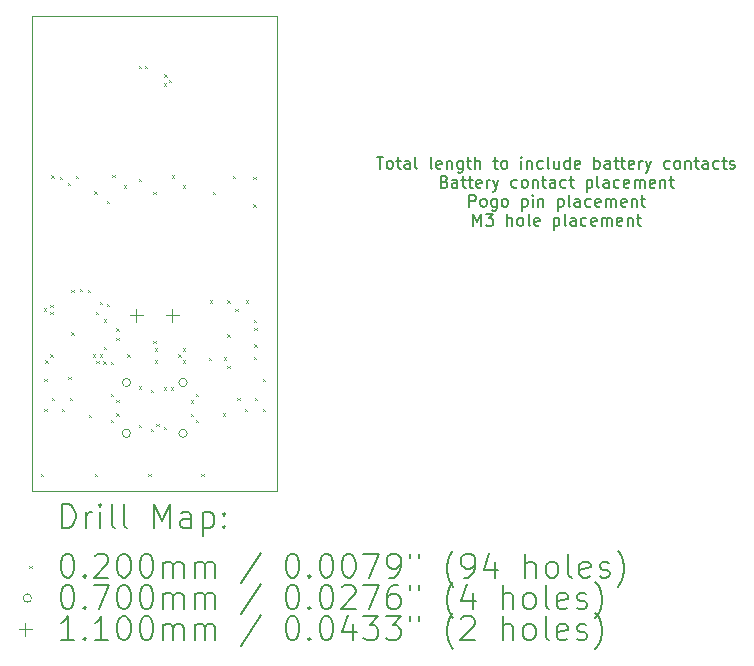
<source format=gbr>
%FSLAX45Y45*%
G04 Gerber Fmt 4.5, Leading zero omitted, Abs format (unit mm)*
G04 Created by KiCad (PCBNEW (6.0.4-0)) date 2022-12-11 03:25:20*
%MOMM*%
%LPD*%
G01*
G04 APERTURE LIST*
%TA.AperFunction,Profile*%
%ADD10C,0.100000*%
%TD*%
%ADD11C,0.150000*%
%ADD12C,0.200000*%
%ADD13C,0.020000*%
%ADD14C,0.070000*%
%ADD15C,0.110000*%
G04 APERTURE END LIST*
D10*
X7068000Y-4225000D02*
X9140000Y-4225000D01*
X9140000Y-4225000D02*
X9140000Y-8245000D01*
X9140000Y-8245000D02*
X7068000Y-8245000D01*
X7068000Y-8245000D02*
X7068000Y-4225000D01*
D11*
X9984771Y-5418738D02*
X10041914Y-5418738D01*
X10013343Y-5518738D02*
X10013343Y-5418738D01*
X10089533Y-5518738D02*
X10080010Y-5513976D01*
X10075248Y-5509214D01*
X10070486Y-5499690D01*
X10070486Y-5471119D01*
X10075248Y-5461595D01*
X10080010Y-5456833D01*
X10089533Y-5452071D01*
X10103819Y-5452071D01*
X10113343Y-5456833D01*
X10118105Y-5461595D01*
X10122867Y-5471119D01*
X10122867Y-5499690D01*
X10118105Y-5509214D01*
X10113343Y-5513976D01*
X10103819Y-5518738D01*
X10089533Y-5518738D01*
X10151438Y-5452071D02*
X10189533Y-5452071D01*
X10165724Y-5418738D02*
X10165724Y-5504452D01*
X10170486Y-5513976D01*
X10180010Y-5518738D01*
X10189533Y-5518738D01*
X10265724Y-5518738D02*
X10265724Y-5466357D01*
X10260962Y-5456833D01*
X10251438Y-5452071D01*
X10232390Y-5452071D01*
X10222867Y-5456833D01*
X10265724Y-5513976D02*
X10256200Y-5518738D01*
X10232390Y-5518738D01*
X10222867Y-5513976D01*
X10218105Y-5504452D01*
X10218105Y-5494929D01*
X10222867Y-5485405D01*
X10232390Y-5480643D01*
X10256200Y-5480643D01*
X10265724Y-5475881D01*
X10327629Y-5518738D02*
X10318105Y-5513976D01*
X10313343Y-5504452D01*
X10313343Y-5418738D01*
X10456200Y-5518738D02*
X10446676Y-5513976D01*
X10441914Y-5504452D01*
X10441914Y-5418738D01*
X10532390Y-5513976D02*
X10522867Y-5518738D01*
X10503819Y-5518738D01*
X10494295Y-5513976D01*
X10489533Y-5504452D01*
X10489533Y-5466357D01*
X10494295Y-5456833D01*
X10503819Y-5452071D01*
X10522867Y-5452071D01*
X10532390Y-5456833D01*
X10537152Y-5466357D01*
X10537152Y-5475881D01*
X10489533Y-5485405D01*
X10580010Y-5452071D02*
X10580010Y-5518738D01*
X10580010Y-5461595D02*
X10584771Y-5456833D01*
X10594295Y-5452071D01*
X10608581Y-5452071D01*
X10618105Y-5456833D01*
X10622867Y-5466357D01*
X10622867Y-5518738D01*
X10713343Y-5452071D02*
X10713343Y-5533024D01*
X10708581Y-5542548D01*
X10703819Y-5547310D01*
X10694295Y-5552071D01*
X10680010Y-5552071D01*
X10670486Y-5547310D01*
X10713343Y-5513976D02*
X10703819Y-5518738D01*
X10684771Y-5518738D01*
X10675248Y-5513976D01*
X10670486Y-5509214D01*
X10665724Y-5499690D01*
X10665724Y-5471119D01*
X10670486Y-5461595D01*
X10675248Y-5456833D01*
X10684771Y-5452071D01*
X10703819Y-5452071D01*
X10713343Y-5456833D01*
X10746676Y-5452071D02*
X10784771Y-5452071D01*
X10760962Y-5418738D02*
X10760962Y-5504452D01*
X10765724Y-5513976D01*
X10775248Y-5518738D01*
X10784771Y-5518738D01*
X10818105Y-5518738D02*
X10818105Y-5418738D01*
X10860962Y-5518738D02*
X10860962Y-5466357D01*
X10856200Y-5456833D01*
X10846676Y-5452071D01*
X10832390Y-5452071D01*
X10822867Y-5456833D01*
X10818105Y-5461595D01*
X10970486Y-5452071D02*
X11008581Y-5452071D01*
X10984771Y-5418738D02*
X10984771Y-5504452D01*
X10989533Y-5513976D01*
X10999057Y-5518738D01*
X11008581Y-5518738D01*
X11056200Y-5518738D02*
X11046676Y-5513976D01*
X11041914Y-5509214D01*
X11037152Y-5499690D01*
X11037152Y-5471119D01*
X11041914Y-5461595D01*
X11046676Y-5456833D01*
X11056200Y-5452071D01*
X11070486Y-5452071D01*
X11080010Y-5456833D01*
X11084771Y-5461595D01*
X11089533Y-5471119D01*
X11089533Y-5499690D01*
X11084771Y-5509214D01*
X11080010Y-5513976D01*
X11070486Y-5518738D01*
X11056200Y-5518738D01*
X11208581Y-5518738D02*
X11208581Y-5452071D01*
X11208581Y-5418738D02*
X11203819Y-5423500D01*
X11208581Y-5428262D01*
X11213343Y-5423500D01*
X11208581Y-5418738D01*
X11208581Y-5428262D01*
X11256200Y-5452071D02*
X11256200Y-5518738D01*
X11256200Y-5461595D02*
X11260962Y-5456833D01*
X11270486Y-5452071D01*
X11284771Y-5452071D01*
X11294295Y-5456833D01*
X11299057Y-5466357D01*
X11299057Y-5518738D01*
X11389533Y-5513976D02*
X11380009Y-5518738D01*
X11360962Y-5518738D01*
X11351438Y-5513976D01*
X11346676Y-5509214D01*
X11341914Y-5499690D01*
X11341914Y-5471119D01*
X11346676Y-5461595D01*
X11351438Y-5456833D01*
X11360962Y-5452071D01*
X11380009Y-5452071D01*
X11389533Y-5456833D01*
X11446676Y-5518738D02*
X11437152Y-5513976D01*
X11432390Y-5504452D01*
X11432390Y-5418738D01*
X11527628Y-5452071D02*
X11527628Y-5518738D01*
X11484771Y-5452071D02*
X11484771Y-5504452D01*
X11489533Y-5513976D01*
X11499057Y-5518738D01*
X11513343Y-5518738D01*
X11522867Y-5513976D01*
X11527628Y-5509214D01*
X11618105Y-5518738D02*
X11618105Y-5418738D01*
X11618105Y-5513976D02*
X11608581Y-5518738D01*
X11589533Y-5518738D01*
X11580009Y-5513976D01*
X11575248Y-5509214D01*
X11570486Y-5499690D01*
X11570486Y-5471119D01*
X11575248Y-5461595D01*
X11580009Y-5456833D01*
X11589533Y-5452071D01*
X11608581Y-5452071D01*
X11618105Y-5456833D01*
X11703819Y-5513976D02*
X11694295Y-5518738D01*
X11675248Y-5518738D01*
X11665724Y-5513976D01*
X11660962Y-5504452D01*
X11660962Y-5466357D01*
X11665724Y-5456833D01*
X11675248Y-5452071D01*
X11694295Y-5452071D01*
X11703819Y-5456833D01*
X11708581Y-5466357D01*
X11708581Y-5475881D01*
X11660962Y-5485405D01*
X11827628Y-5518738D02*
X11827628Y-5418738D01*
X11827628Y-5456833D02*
X11837152Y-5452071D01*
X11856200Y-5452071D01*
X11865724Y-5456833D01*
X11870486Y-5461595D01*
X11875248Y-5471119D01*
X11875248Y-5499690D01*
X11870486Y-5509214D01*
X11865724Y-5513976D01*
X11856200Y-5518738D01*
X11837152Y-5518738D01*
X11827628Y-5513976D01*
X11960962Y-5518738D02*
X11960962Y-5466357D01*
X11956200Y-5456833D01*
X11946676Y-5452071D01*
X11927628Y-5452071D01*
X11918105Y-5456833D01*
X11960962Y-5513976D02*
X11951438Y-5518738D01*
X11927628Y-5518738D01*
X11918105Y-5513976D01*
X11913343Y-5504452D01*
X11913343Y-5494929D01*
X11918105Y-5485405D01*
X11927628Y-5480643D01*
X11951438Y-5480643D01*
X11960962Y-5475881D01*
X11994295Y-5452071D02*
X12032390Y-5452071D01*
X12008581Y-5418738D02*
X12008581Y-5504452D01*
X12013343Y-5513976D01*
X12022867Y-5518738D01*
X12032390Y-5518738D01*
X12051438Y-5452071D02*
X12089533Y-5452071D01*
X12065724Y-5418738D02*
X12065724Y-5504452D01*
X12070486Y-5513976D01*
X12080009Y-5518738D01*
X12089533Y-5518738D01*
X12160962Y-5513976D02*
X12151438Y-5518738D01*
X12132390Y-5518738D01*
X12122867Y-5513976D01*
X12118105Y-5504452D01*
X12118105Y-5466357D01*
X12122867Y-5456833D01*
X12132390Y-5452071D01*
X12151438Y-5452071D01*
X12160962Y-5456833D01*
X12165724Y-5466357D01*
X12165724Y-5475881D01*
X12118105Y-5485405D01*
X12208581Y-5518738D02*
X12208581Y-5452071D01*
X12208581Y-5471119D02*
X12213343Y-5461595D01*
X12218105Y-5456833D01*
X12227628Y-5452071D01*
X12237152Y-5452071D01*
X12260962Y-5452071D02*
X12284771Y-5518738D01*
X12308581Y-5452071D02*
X12284771Y-5518738D01*
X12275248Y-5542548D01*
X12270486Y-5547310D01*
X12260962Y-5552071D01*
X12465724Y-5513976D02*
X12456200Y-5518738D01*
X12437152Y-5518738D01*
X12427628Y-5513976D01*
X12422867Y-5509214D01*
X12418105Y-5499690D01*
X12418105Y-5471119D01*
X12422867Y-5461595D01*
X12427628Y-5456833D01*
X12437152Y-5452071D01*
X12456200Y-5452071D01*
X12465724Y-5456833D01*
X12522867Y-5518738D02*
X12513343Y-5513976D01*
X12508581Y-5509214D01*
X12503819Y-5499690D01*
X12503819Y-5471119D01*
X12508581Y-5461595D01*
X12513343Y-5456833D01*
X12522867Y-5452071D01*
X12537152Y-5452071D01*
X12546676Y-5456833D01*
X12551438Y-5461595D01*
X12556200Y-5471119D01*
X12556200Y-5499690D01*
X12551438Y-5509214D01*
X12546676Y-5513976D01*
X12537152Y-5518738D01*
X12522867Y-5518738D01*
X12599057Y-5452071D02*
X12599057Y-5518738D01*
X12599057Y-5461595D02*
X12603819Y-5456833D01*
X12613343Y-5452071D01*
X12627628Y-5452071D01*
X12637152Y-5456833D01*
X12641914Y-5466357D01*
X12641914Y-5518738D01*
X12675248Y-5452071D02*
X12713343Y-5452071D01*
X12689533Y-5418738D02*
X12689533Y-5504452D01*
X12694295Y-5513976D01*
X12703819Y-5518738D01*
X12713343Y-5518738D01*
X12789533Y-5518738D02*
X12789533Y-5466357D01*
X12784771Y-5456833D01*
X12775248Y-5452071D01*
X12756200Y-5452071D01*
X12746676Y-5456833D01*
X12789533Y-5513976D02*
X12780009Y-5518738D01*
X12756200Y-5518738D01*
X12746676Y-5513976D01*
X12741914Y-5504452D01*
X12741914Y-5494929D01*
X12746676Y-5485405D01*
X12756200Y-5480643D01*
X12780009Y-5480643D01*
X12789533Y-5475881D01*
X12880009Y-5513976D02*
X12870486Y-5518738D01*
X12851438Y-5518738D01*
X12841914Y-5513976D01*
X12837152Y-5509214D01*
X12832390Y-5499690D01*
X12832390Y-5471119D01*
X12837152Y-5461595D01*
X12841914Y-5456833D01*
X12851438Y-5452071D01*
X12870486Y-5452071D01*
X12880009Y-5456833D01*
X12908581Y-5452071D02*
X12946676Y-5452071D01*
X12922867Y-5418738D02*
X12922867Y-5504452D01*
X12927628Y-5513976D01*
X12937152Y-5518738D01*
X12946676Y-5518738D01*
X12975248Y-5513976D02*
X12984771Y-5518738D01*
X13003819Y-5518738D01*
X13013343Y-5513976D01*
X13018105Y-5504452D01*
X13018105Y-5499690D01*
X13013343Y-5490167D01*
X13003819Y-5485405D01*
X12989533Y-5485405D01*
X12980009Y-5480643D01*
X12975248Y-5471119D01*
X12975248Y-5466357D01*
X12980009Y-5456833D01*
X12989533Y-5452071D01*
X13003819Y-5452071D01*
X13013343Y-5456833D01*
X10558581Y-5627357D02*
X10572867Y-5632119D01*
X10577629Y-5636881D01*
X10582390Y-5646405D01*
X10582390Y-5660690D01*
X10577629Y-5670214D01*
X10572867Y-5674976D01*
X10563343Y-5679738D01*
X10525248Y-5679738D01*
X10525248Y-5579738D01*
X10558581Y-5579738D01*
X10568105Y-5584500D01*
X10572867Y-5589262D01*
X10577629Y-5598786D01*
X10577629Y-5608309D01*
X10572867Y-5617833D01*
X10568105Y-5622595D01*
X10558581Y-5627357D01*
X10525248Y-5627357D01*
X10668105Y-5679738D02*
X10668105Y-5627357D01*
X10663343Y-5617833D01*
X10653819Y-5613071D01*
X10634771Y-5613071D01*
X10625248Y-5617833D01*
X10668105Y-5674976D02*
X10658581Y-5679738D01*
X10634771Y-5679738D01*
X10625248Y-5674976D01*
X10620486Y-5665452D01*
X10620486Y-5655928D01*
X10625248Y-5646405D01*
X10634771Y-5641643D01*
X10658581Y-5641643D01*
X10668105Y-5636881D01*
X10701438Y-5613071D02*
X10739533Y-5613071D01*
X10715724Y-5579738D02*
X10715724Y-5665452D01*
X10720486Y-5674976D01*
X10730010Y-5679738D01*
X10739533Y-5679738D01*
X10758581Y-5613071D02*
X10796676Y-5613071D01*
X10772867Y-5579738D02*
X10772867Y-5665452D01*
X10777629Y-5674976D01*
X10787152Y-5679738D01*
X10796676Y-5679738D01*
X10868105Y-5674976D02*
X10858581Y-5679738D01*
X10839533Y-5679738D01*
X10830010Y-5674976D01*
X10825248Y-5665452D01*
X10825248Y-5627357D01*
X10830010Y-5617833D01*
X10839533Y-5613071D01*
X10858581Y-5613071D01*
X10868105Y-5617833D01*
X10872867Y-5627357D01*
X10872867Y-5636881D01*
X10825248Y-5646405D01*
X10915724Y-5679738D02*
X10915724Y-5613071D01*
X10915724Y-5632119D02*
X10920486Y-5622595D01*
X10925248Y-5617833D01*
X10934771Y-5613071D01*
X10944295Y-5613071D01*
X10968105Y-5613071D02*
X10991914Y-5679738D01*
X11015724Y-5613071D02*
X10991914Y-5679738D01*
X10982390Y-5703548D01*
X10977629Y-5708309D01*
X10968105Y-5713071D01*
X11172867Y-5674976D02*
X11163343Y-5679738D01*
X11144295Y-5679738D01*
X11134771Y-5674976D01*
X11130010Y-5670214D01*
X11125248Y-5660690D01*
X11125248Y-5632119D01*
X11130010Y-5622595D01*
X11134771Y-5617833D01*
X11144295Y-5613071D01*
X11163343Y-5613071D01*
X11172867Y-5617833D01*
X11230009Y-5679738D02*
X11220486Y-5674976D01*
X11215724Y-5670214D01*
X11210962Y-5660690D01*
X11210962Y-5632119D01*
X11215724Y-5622595D01*
X11220486Y-5617833D01*
X11230009Y-5613071D01*
X11244295Y-5613071D01*
X11253819Y-5617833D01*
X11258581Y-5622595D01*
X11263343Y-5632119D01*
X11263343Y-5660690D01*
X11258581Y-5670214D01*
X11253819Y-5674976D01*
X11244295Y-5679738D01*
X11230009Y-5679738D01*
X11306200Y-5613071D02*
X11306200Y-5679738D01*
X11306200Y-5622595D02*
X11310962Y-5617833D01*
X11320486Y-5613071D01*
X11334771Y-5613071D01*
X11344295Y-5617833D01*
X11349057Y-5627357D01*
X11349057Y-5679738D01*
X11382390Y-5613071D02*
X11420486Y-5613071D01*
X11396676Y-5579738D02*
X11396676Y-5665452D01*
X11401438Y-5674976D01*
X11410962Y-5679738D01*
X11420486Y-5679738D01*
X11496676Y-5679738D02*
X11496676Y-5627357D01*
X11491914Y-5617833D01*
X11482390Y-5613071D01*
X11463343Y-5613071D01*
X11453819Y-5617833D01*
X11496676Y-5674976D02*
X11487152Y-5679738D01*
X11463343Y-5679738D01*
X11453819Y-5674976D01*
X11449057Y-5665452D01*
X11449057Y-5655928D01*
X11453819Y-5646405D01*
X11463343Y-5641643D01*
X11487152Y-5641643D01*
X11496676Y-5636881D01*
X11587152Y-5674976D02*
X11577628Y-5679738D01*
X11558581Y-5679738D01*
X11549057Y-5674976D01*
X11544295Y-5670214D01*
X11539533Y-5660690D01*
X11539533Y-5632119D01*
X11544295Y-5622595D01*
X11549057Y-5617833D01*
X11558581Y-5613071D01*
X11577628Y-5613071D01*
X11587152Y-5617833D01*
X11615724Y-5613071D02*
X11653819Y-5613071D01*
X11630009Y-5579738D02*
X11630009Y-5665452D01*
X11634771Y-5674976D01*
X11644295Y-5679738D01*
X11653819Y-5679738D01*
X11763343Y-5613071D02*
X11763343Y-5713071D01*
X11763343Y-5617833D02*
X11772867Y-5613071D01*
X11791914Y-5613071D01*
X11801438Y-5617833D01*
X11806200Y-5622595D01*
X11810962Y-5632119D01*
X11810962Y-5660690D01*
X11806200Y-5670214D01*
X11801438Y-5674976D01*
X11791914Y-5679738D01*
X11772867Y-5679738D01*
X11763343Y-5674976D01*
X11868105Y-5679738D02*
X11858581Y-5674976D01*
X11853819Y-5665452D01*
X11853819Y-5579738D01*
X11949057Y-5679738D02*
X11949057Y-5627357D01*
X11944295Y-5617833D01*
X11934771Y-5613071D01*
X11915724Y-5613071D01*
X11906200Y-5617833D01*
X11949057Y-5674976D02*
X11939533Y-5679738D01*
X11915724Y-5679738D01*
X11906200Y-5674976D01*
X11901438Y-5665452D01*
X11901438Y-5655928D01*
X11906200Y-5646405D01*
X11915724Y-5641643D01*
X11939533Y-5641643D01*
X11949057Y-5636881D01*
X12039533Y-5674976D02*
X12030009Y-5679738D01*
X12010962Y-5679738D01*
X12001438Y-5674976D01*
X11996676Y-5670214D01*
X11991914Y-5660690D01*
X11991914Y-5632119D01*
X11996676Y-5622595D01*
X12001438Y-5617833D01*
X12010962Y-5613071D01*
X12030009Y-5613071D01*
X12039533Y-5617833D01*
X12120486Y-5674976D02*
X12110962Y-5679738D01*
X12091914Y-5679738D01*
X12082390Y-5674976D01*
X12077628Y-5665452D01*
X12077628Y-5627357D01*
X12082390Y-5617833D01*
X12091914Y-5613071D01*
X12110962Y-5613071D01*
X12120486Y-5617833D01*
X12125248Y-5627357D01*
X12125248Y-5636881D01*
X12077628Y-5646405D01*
X12168105Y-5679738D02*
X12168105Y-5613071D01*
X12168105Y-5622595D02*
X12172867Y-5617833D01*
X12182390Y-5613071D01*
X12196676Y-5613071D01*
X12206200Y-5617833D01*
X12210962Y-5627357D01*
X12210962Y-5679738D01*
X12210962Y-5627357D02*
X12215724Y-5617833D01*
X12225248Y-5613071D01*
X12239533Y-5613071D01*
X12249057Y-5617833D01*
X12253819Y-5627357D01*
X12253819Y-5679738D01*
X12339533Y-5674976D02*
X12330009Y-5679738D01*
X12310962Y-5679738D01*
X12301438Y-5674976D01*
X12296676Y-5665452D01*
X12296676Y-5627357D01*
X12301438Y-5617833D01*
X12310962Y-5613071D01*
X12330009Y-5613071D01*
X12339533Y-5617833D01*
X12344295Y-5627357D01*
X12344295Y-5636881D01*
X12296676Y-5646405D01*
X12387152Y-5613071D02*
X12387152Y-5679738D01*
X12387152Y-5622595D02*
X12391914Y-5617833D01*
X12401438Y-5613071D01*
X12415724Y-5613071D01*
X12425248Y-5617833D01*
X12430009Y-5627357D01*
X12430009Y-5679738D01*
X12463343Y-5613071D02*
X12501438Y-5613071D01*
X12477628Y-5579738D02*
X12477628Y-5665452D01*
X12482390Y-5674976D01*
X12491914Y-5679738D01*
X12501438Y-5679738D01*
X10768105Y-5840738D02*
X10768105Y-5740738D01*
X10806200Y-5740738D01*
X10815724Y-5745500D01*
X10820486Y-5750262D01*
X10825248Y-5759786D01*
X10825248Y-5774071D01*
X10820486Y-5783595D01*
X10815724Y-5788357D01*
X10806200Y-5793119D01*
X10768105Y-5793119D01*
X10882390Y-5840738D02*
X10872867Y-5835976D01*
X10868105Y-5831214D01*
X10863343Y-5821690D01*
X10863343Y-5793119D01*
X10868105Y-5783595D01*
X10872867Y-5778833D01*
X10882390Y-5774071D01*
X10896676Y-5774071D01*
X10906200Y-5778833D01*
X10910962Y-5783595D01*
X10915724Y-5793119D01*
X10915724Y-5821690D01*
X10910962Y-5831214D01*
X10906200Y-5835976D01*
X10896676Y-5840738D01*
X10882390Y-5840738D01*
X11001438Y-5774071D02*
X11001438Y-5855024D01*
X10996676Y-5864548D01*
X10991914Y-5869309D01*
X10982390Y-5874071D01*
X10968105Y-5874071D01*
X10958581Y-5869309D01*
X11001438Y-5835976D02*
X10991914Y-5840738D01*
X10972867Y-5840738D01*
X10963343Y-5835976D01*
X10958581Y-5831214D01*
X10953819Y-5821690D01*
X10953819Y-5793119D01*
X10958581Y-5783595D01*
X10963343Y-5778833D01*
X10972867Y-5774071D01*
X10991914Y-5774071D01*
X11001438Y-5778833D01*
X11063343Y-5840738D02*
X11053819Y-5835976D01*
X11049057Y-5831214D01*
X11044295Y-5821690D01*
X11044295Y-5793119D01*
X11049057Y-5783595D01*
X11053819Y-5778833D01*
X11063343Y-5774071D01*
X11077629Y-5774071D01*
X11087152Y-5778833D01*
X11091914Y-5783595D01*
X11096676Y-5793119D01*
X11096676Y-5821690D01*
X11091914Y-5831214D01*
X11087152Y-5835976D01*
X11077629Y-5840738D01*
X11063343Y-5840738D01*
X11215724Y-5774071D02*
X11215724Y-5874071D01*
X11215724Y-5778833D02*
X11225248Y-5774071D01*
X11244295Y-5774071D01*
X11253819Y-5778833D01*
X11258581Y-5783595D01*
X11263343Y-5793119D01*
X11263343Y-5821690D01*
X11258581Y-5831214D01*
X11253819Y-5835976D01*
X11244295Y-5840738D01*
X11225248Y-5840738D01*
X11215724Y-5835976D01*
X11306200Y-5840738D02*
X11306200Y-5774071D01*
X11306200Y-5740738D02*
X11301438Y-5745500D01*
X11306200Y-5750262D01*
X11310962Y-5745500D01*
X11306200Y-5740738D01*
X11306200Y-5750262D01*
X11353819Y-5774071D02*
X11353819Y-5840738D01*
X11353819Y-5783595D02*
X11358581Y-5778833D01*
X11368105Y-5774071D01*
X11382390Y-5774071D01*
X11391914Y-5778833D01*
X11396676Y-5788357D01*
X11396676Y-5840738D01*
X11520486Y-5774071D02*
X11520486Y-5874071D01*
X11520486Y-5778833D02*
X11530009Y-5774071D01*
X11549057Y-5774071D01*
X11558581Y-5778833D01*
X11563343Y-5783595D01*
X11568105Y-5793119D01*
X11568105Y-5821690D01*
X11563343Y-5831214D01*
X11558581Y-5835976D01*
X11549057Y-5840738D01*
X11530009Y-5840738D01*
X11520486Y-5835976D01*
X11625248Y-5840738D02*
X11615724Y-5835976D01*
X11610962Y-5826452D01*
X11610962Y-5740738D01*
X11706200Y-5840738D02*
X11706200Y-5788357D01*
X11701438Y-5778833D01*
X11691914Y-5774071D01*
X11672867Y-5774071D01*
X11663343Y-5778833D01*
X11706200Y-5835976D02*
X11696676Y-5840738D01*
X11672867Y-5840738D01*
X11663343Y-5835976D01*
X11658581Y-5826452D01*
X11658581Y-5816928D01*
X11663343Y-5807405D01*
X11672867Y-5802643D01*
X11696676Y-5802643D01*
X11706200Y-5797881D01*
X11796676Y-5835976D02*
X11787152Y-5840738D01*
X11768105Y-5840738D01*
X11758581Y-5835976D01*
X11753819Y-5831214D01*
X11749057Y-5821690D01*
X11749057Y-5793119D01*
X11753819Y-5783595D01*
X11758581Y-5778833D01*
X11768105Y-5774071D01*
X11787152Y-5774071D01*
X11796676Y-5778833D01*
X11877628Y-5835976D02*
X11868105Y-5840738D01*
X11849057Y-5840738D01*
X11839533Y-5835976D01*
X11834771Y-5826452D01*
X11834771Y-5788357D01*
X11839533Y-5778833D01*
X11849057Y-5774071D01*
X11868105Y-5774071D01*
X11877628Y-5778833D01*
X11882390Y-5788357D01*
X11882390Y-5797881D01*
X11834771Y-5807405D01*
X11925248Y-5840738D02*
X11925248Y-5774071D01*
X11925248Y-5783595D02*
X11930009Y-5778833D01*
X11939533Y-5774071D01*
X11953819Y-5774071D01*
X11963343Y-5778833D01*
X11968105Y-5788357D01*
X11968105Y-5840738D01*
X11968105Y-5788357D02*
X11972867Y-5778833D01*
X11982390Y-5774071D01*
X11996676Y-5774071D01*
X12006200Y-5778833D01*
X12010962Y-5788357D01*
X12010962Y-5840738D01*
X12096676Y-5835976D02*
X12087152Y-5840738D01*
X12068105Y-5840738D01*
X12058581Y-5835976D01*
X12053819Y-5826452D01*
X12053819Y-5788357D01*
X12058581Y-5778833D01*
X12068105Y-5774071D01*
X12087152Y-5774071D01*
X12096676Y-5778833D01*
X12101438Y-5788357D01*
X12101438Y-5797881D01*
X12053819Y-5807405D01*
X12144295Y-5774071D02*
X12144295Y-5840738D01*
X12144295Y-5783595D02*
X12149057Y-5778833D01*
X12158581Y-5774071D01*
X12172867Y-5774071D01*
X12182390Y-5778833D01*
X12187152Y-5788357D01*
X12187152Y-5840738D01*
X12220486Y-5774071D02*
X12258581Y-5774071D01*
X12234771Y-5740738D02*
X12234771Y-5826452D01*
X12239533Y-5835976D01*
X12249057Y-5840738D01*
X12258581Y-5840738D01*
X10803819Y-6001738D02*
X10803819Y-5901738D01*
X10837152Y-5973167D01*
X10870486Y-5901738D01*
X10870486Y-6001738D01*
X10908581Y-5901738D02*
X10970486Y-5901738D01*
X10937152Y-5939833D01*
X10951438Y-5939833D01*
X10960962Y-5944595D01*
X10965724Y-5949357D01*
X10970486Y-5958881D01*
X10970486Y-5982690D01*
X10965724Y-5992214D01*
X10960962Y-5996976D01*
X10951438Y-6001738D01*
X10922867Y-6001738D01*
X10913343Y-5996976D01*
X10908581Y-5992214D01*
X11089533Y-6001738D02*
X11089533Y-5901738D01*
X11132390Y-6001738D02*
X11132390Y-5949357D01*
X11127629Y-5939833D01*
X11118105Y-5935071D01*
X11103819Y-5935071D01*
X11094295Y-5939833D01*
X11089533Y-5944595D01*
X11194295Y-6001738D02*
X11184771Y-5996976D01*
X11180010Y-5992214D01*
X11175248Y-5982690D01*
X11175248Y-5954119D01*
X11180010Y-5944595D01*
X11184771Y-5939833D01*
X11194295Y-5935071D01*
X11208581Y-5935071D01*
X11218105Y-5939833D01*
X11222867Y-5944595D01*
X11227628Y-5954119D01*
X11227628Y-5982690D01*
X11222867Y-5992214D01*
X11218105Y-5996976D01*
X11208581Y-6001738D01*
X11194295Y-6001738D01*
X11284771Y-6001738D02*
X11275248Y-5996976D01*
X11270486Y-5987452D01*
X11270486Y-5901738D01*
X11360962Y-5996976D02*
X11351438Y-6001738D01*
X11332390Y-6001738D01*
X11322867Y-5996976D01*
X11318105Y-5987452D01*
X11318105Y-5949357D01*
X11322867Y-5939833D01*
X11332390Y-5935071D01*
X11351438Y-5935071D01*
X11360962Y-5939833D01*
X11365724Y-5949357D01*
X11365724Y-5958881D01*
X11318105Y-5968405D01*
X11484771Y-5935071D02*
X11484771Y-6035071D01*
X11484771Y-5939833D02*
X11494295Y-5935071D01*
X11513343Y-5935071D01*
X11522867Y-5939833D01*
X11527628Y-5944595D01*
X11532390Y-5954119D01*
X11532390Y-5982690D01*
X11527628Y-5992214D01*
X11522867Y-5996976D01*
X11513343Y-6001738D01*
X11494295Y-6001738D01*
X11484771Y-5996976D01*
X11589533Y-6001738D02*
X11580009Y-5996976D01*
X11575248Y-5987452D01*
X11575248Y-5901738D01*
X11670486Y-6001738D02*
X11670486Y-5949357D01*
X11665724Y-5939833D01*
X11656200Y-5935071D01*
X11637152Y-5935071D01*
X11627628Y-5939833D01*
X11670486Y-5996976D02*
X11660962Y-6001738D01*
X11637152Y-6001738D01*
X11627628Y-5996976D01*
X11622867Y-5987452D01*
X11622867Y-5977928D01*
X11627628Y-5968405D01*
X11637152Y-5963643D01*
X11660962Y-5963643D01*
X11670486Y-5958881D01*
X11760962Y-5996976D02*
X11751438Y-6001738D01*
X11732390Y-6001738D01*
X11722867Y-5996976D01*
X11718105Y-5992214D01*
X11713343Y-5982690D01*
X11713343Y-5954119D01*
X11718105Y-5944595D01*
X11722867Y-5939833D01*
X11732390Y-5935071D01*
X11751438Y-5935071D01*
X11760962Y-5939833D01*
X11841914Y-5996976D02*
X11832390Y-6001738D01*
X11813343Y-6001738D01*
X11803819Y-5996976D01*
X11799057Y-5987452D01*
X11799057Y-5949357D01*
X11803819Y-5939833D01*
X11813343Y-5935071D01*
X11832390Y-5935071D01*
X11841914Y-5939833D01*
X11846676Y-5949357D01*
X11846676Y-5958881D01*
X11799057Y-5968405D01*
X11889533Y-6001738D02*
X11889533Y-5935071D01*
X11889533Y-5944595D02*
X11894295Y-5939833D01*
X11903819Y-5935071D01*
X11918105Y-5935071D01*
X11927628Y-5939833D01*
X11932390Y-5949357D01*
X11932390Y-6001738D01*
X11932390Y-5949357D02*
X11937152Y-5939833D01*
X11946676Y-5935071D01*
X11960962Y-5935071D01*
X11970486Y-5939833D01*
X11975248Y-5949357D01*
X11975248Y-6001738D01*
X12060962Y-5996976D02*
X12051438Y-6001738D01*
X12032390Y-6001738D01*
X12022867Y-5996976D01*
X12018105Y-5987452D01*
X12018105Y-5949357D01*
X12022867Y-5939833D01*
X12032390Y-5935071D01*
X12051438Y-5935071D01*
X12060962Y-5939833D01*
X12065724Y-5949357D01*
X12065724Y-5958881D01*
X12018105Y-5968405D01*
X12108581Y-5935071D02*
X12108581Y-6001738D01*
X12108581Y-5944595D02*
X12113343Y-5939833D01*
X12122867Y-5935071D01*
X12137152Y-5935071D01*
X12146676Y-5939833D01*
X12151438Y-5949357D01*
X12151438Y-6001738D01*
X12184771Y-5935071D02*
X12222867Y-5935071D01*
X12199057Y-5901738D02*
X12199057Y-5987452D01*
X12203819Y-5996976D01*
X12213343Y-6001738D01*
X12222867Y-6001738D01*
D12*
D13*
X7140000Y-8100000D02*
X7160000Y-8120000D01*
X7160000Y-8100000D02*
X7140000Y-8120000D01*
X7165000Y-6700000D02*
X7185000Y-6720000D01*
X7185000Y-6700000D02*
X7165000Y-6720000D01*
X7170000Y-7300000D02*
X7190000Y-7320000D01*
X7190000Y-7300000D02*
X7170000Y-7320000D01*
X7170000Y-7550000D02*
X7190000Y-7570000D01*
X7190000Y-7550000D02*
X7170000Y-7570000D01*
X7180000Y-7140000D02*
X7200000Y-7160000D01*
X7200000Y-7140000D02*
X7180000Y-7160000D01*
X7220000Y-6670000D02*
X7240000Y-6690000D01*
X7240000Y-6670000D02*
X7220000Y-6690000D01*
X7220000Y-6730000D02*
X7240000Y-6750000D01*
X7240000Y-6730000D02*
X7220000Y-6750000D01*
X7220000Y-7090000D02*
X7240000Y-7110000D01*
X7240000Y-7090000D02*
X7220000Y-7110000D01*
X7230000Y-5575000D02*
X7250000Y-5595000D01*
X7250000Y-5575000D02*
X7230000Y-5595000D01*
X7235000Y-7460000D02*
X7255000Y-7480000D01*
X7255000Y-7460000D02*
X7235000Y-7480000D01*
X7300000Y-5585000D02*
X7320000Y-5605000D01*
X7320000Y-5585000D02*
X7300000Y-5605000D01*
X7320000Y-7550000D02*
X7340000Y-7570000D01*
X7340000Y-7550000D02*
X7320000Y-7570000D01*
X7370000Y-5640000D02*
X7390000Y-5660000D01*
X7390000Y-5640000D02*
X7370000Y-5660000D01*
X7375000Y-7280000D02*
X7395000Y-7300000D01*
X7395000Y-7280000D02*
X7375000Y-7300000D01*
X7385000Y-7460000D02*
X7405000Y-7480000D01*
X7405000Y-7460000D02*
X7385000Y-7480000D01*
X7400000Y-6545000D02*
X7420000Y-6565000D01*
X7420000Y-6545000D02*
X7400000Y-6565000D01*
X7400000Y-6905000D02*
X7420000Y-6925000D01*
X7420000Y-6905000D02*
X7400000Y-6925000D01*
X7440000Y-5580000D02*
X7460000Y-5600000D01*
X7460000Y-5580000D02*
X7440000Y-5600000D01*
X7470000Y-6535000D02*
X7490000Y-6555000D01*
X7490000Y-6535000D02*
X7470000Y-6555000D01*
X7540000Y-6545000D02*
X7560000Y-6565000D01*
X7560000Y-6545000D02*
X7540000Y-6565000D01*
X7550000Y-7600000D02*
X7570000Y-7620000D01*
X7570000Y-7600000D02*
X7550000Y-7620000D01*
X7580000Y-7090000D02*
X7600000Y-7110000D01*
X7600000Y-7090000D02*
X7580000Y-7110000D01*
X7595000Y-5710000D02*
X7615000Y-5730000D01*
X7615000Y-5710000D02*
X7595000Y-5730000D01*
X7600000Y-8100000D02*
X7620000Y-8120000D01*
X7620000Y-8100000D02*
X7600000Y-8120000D01*
X7605000Y-6730000D02*
X7625000Y-6750000D01*
X7625000Y-6730000D02*
X7605000Y-6750000D01*
X7610000Y-7145000D02*
X7630000Y-7165000D01*
X7630000Y-7145000D02*
X7610000Y-7165000D01*
X7640000Y-6645000D02*
X7660000Y-6665000D01*
X7660000Y-6645000D02*
X7640000Y-6665000D01*
X7640000Y-7090000D02*
X7660000Y-7110000D01*
X7660000Y-7090000D02*
X7640000Y-7110000D01*
X7670000Y-7150000D02*
X7690000Y-7170000D01*
X7690000Y-7150000D02*
X7670000Y-7170000D01*
X7675000Y-6795000D02*
X7695000Y-6815000D01*
X7695000Y-6795000D02*
X7675000Y-6815000D01*
X7675000Y-7025000D02*
X7695000Y-7045000D01*
X7695000Y-7025000D02*
X7675000Y-7045000D01*
X7700000Y-5790000D02*
X7720000Y-5810000D01*
X7720000Y-5790000D02*
X7700000Y-5810000D01*
X7700000Y-6660000D02*
X7720000Y-6680000D01*
X7720000Y-6660000D02*
X7700000Y-6680000D01*
X7735000Y-7155000D02*
X7755000Y-7175000D01*
X7755000Y-7155000D02*
X7735000Y-7175000D01*
X7735000Y-7425000D02*
X7755000Y-7445000D01*
X7755000Y-7425000D02*
X7735000Y-7445000D01*
X7735000Y-7645000D02*
X7755000Y-7665000D01*
X7755000Y-7645000D02*
X7735000Y-7665000D01*
X7745000Y-5570000D02*
X7765000Y-5590000D01*
X7765000Y-5570000D02*
X7745000Y-5590000D01*
X7780000Y-6870000D02*
X7800000Y-6890000D01*
X7800000Y-6870000D02*
X7780000Y-6890000D01*
X7780000Y-6950000D02*
X7800000Y-6970000D01*
X7800000Y-6950000D02*
X7780000Y-6970000D01*
X7780000Y-7475000D02*
X7800000Y-7495000D01*
X7800000Y-7475000D02*
X7780000Y-7495000D01*
X7780000Y-7590000D02*
X7800000Y-7610000D01*
X7800000Y-7590000D02*
X7780000Y-7610000D01*
X7845000Y-5660000D02*
X7865000Y-5680000D01*
X7865000Y-5660000D02*
X7845000Y-5680000D01*
X7874200Y-7090000D02*
X7894200Y-7110000D01*
X7894200Y-7090000D02*
X7874200Y-7110000D01*
X7969000Y-4650000D02*
X7989000Y-4670000D01*
X7989000Y-4650000D02*
X7969000Y-4670000D01*
X7970000Y-5605000D02*
X7990000Y-5625000D01*
X7990000Y-5605000D02*
X7970000Y-5625000D01*
X7970000Y-7360000D02*
X7990000Y-7380000D01*
X7990000Y-7360000D02*
X7970000Y-7380000D01*
X7970000Y-7685000D02*
X7990000Y-7705000D01*
X7990000Y-7685000D02*
X7970000Y-7705000D01*
X8022000Y-4650000D02*
X8042000Y-4670000D01*
X8042000Y-4650000D02*
X8022000Y-4670000D01*
X8050000Y-8100000D02*
X8070000Y-8120000D01*
X8070000Y-8100000D02*
X8050000Y-8120000D01*
X8070000Y-7388966D02*
X8090000Y-7408966D01*
X8090000Y-7388966D02*
X8070000Y-7408966D01*
X8070000Y-7720000D02*
X8090000Y-7740000D01*
X8090000Y-7720000D02*
X8070000Y-7740000D01*
X8095000Y-5715000D02*
X8115000Y-5735000D01*
X8115000Y-5715000D02*
X8095000Y-5735000D01*
X8095000Y-6975000D02*
X8115000Y-6995000D01*
X8115000Y-6975000D02*
X8095000Y-6995000D01*
X8104200Y-7040000D02*
X8124200Y-7060000D01*
X8124200Y-7040000D02*
X8104200Y-7060000D01*
X8104200Y-7140000D02*
X8124200Y-7160000D01*
X8124200Y-7140000D02*
X8104200Y-7160000D01*
X8120000Y-7677966D02*
X8140000Y-7697966D01*
X8140000Y-7677966D02*
X8120000Y-7697966D01*
X8180000Y-7370000D02*
X8200000Y-7390000D01*
X8200000Y-7370000D02*
X8180000Y-7390000D01*
X8180000Y-7705000D02*
X8200000Y-7725000D01*
X8200000Y-7705000D02*
X8180000Y-7725000D01*
X8181000Y-4795000D02*
X8201000Y-4815000D01*
X8201000Y-4795000D02*
X8181000Y-4815000D01*
X8188000Y-4718000D02*
X8208000Y-4738000D01*
X8208000Y-4718000D02*
X8188000Y-4738000D01*
X8227000Y-4764000D02*
X8247000Y-4784000D01*
X8247000Y-4764000D02*
X8227000Y-4784000D01*
X8240000Y-7370000D02*
X8260000Y-7390000D01*
X8260000Y-7370000D02*
X8240000Y-7390000D01*
X8250000Y-5575000D02*
X8270000Y-5595000D01*
X8270000Y-5575000D02*
X8250000Y-5595000D01*
X8304200Y-7090000D02*
X8324200Y-7110000D01*
X8324200Y-7090000D02*
X8304200Y-7110000D01*
X8344200Y-7040000D02*
X8364200Y-7060000D01*
X8364200Y-7040000D02*
X8344200Y-7060000D01*
X8344200Y-7140000D02*
X8364200Y-7160000D01*
X8364200Y-7140000D02*
X8344200Y-7160000D01*
X8345000Y-5660000D02*
X8365000Y-5680000D01*
X8365000Y-5660000D02*
X8345000Y-5680000D01*
X8410000Y-7479000D02*
X8430000Y-7499000D01*
X8430000Y-7479000D02*
X8410000Y-7499000D01*
X8410000Y-7594000D02*
X8430000Y-7614000D01*
X8430000Y-7594000D02*
X8410000Y-7614000D01*
X8455000Y-7424000D02*
X8475000Y-7444000D01*
X8475000Y-7424000D02*
X8455000Y-7444000D01*
X8455000Y-7644000D02*
X8475000Y-7664000D01*
X8475000Y-7644000D02*
X8455000Y-7664000D01*
X8500000Y-8100000D02*
X8520000Y-8120000D01*
X8520000Y-8100000D02*
X8500000Y-8120000D01*
X8565000Y-7120000D02*
X8585000Y-7140000D01*
X8585000Y-7120000D02*
X8565000Y-7140000D01*
X8571000Y-6632000D02*
X8591000Y-6652000D01*
X8591000Y-6632000D02*
X8571000Y-6652000D01*
X8595000Y-5715000D02*
X8615000Y-5735000D01*
X8615000Y-5715000D02*
X8595000Y-5735000D01*
X8680000Y-7590000D02*
X8700000Y-7610000D01*
X8700000Y-7590000D02*
X8680000Y-7610000D01*
X8693000Y-7117000D02*
X8713000Y-7137000D01*
X8713000Y-7117000D02*
X8693000Y-7137000D01*
X8720000Y-6920000D02*
X8740000Y-6940000D01*
X8740000Y-6920000D02*
X8720000Y-6940000D01*
X8721000Y-6633000D02*
X8741000Y-6653000D01*
X8741000Y-6633000D02*
X8721000Y-6653000D01*
X8721000Y-7189000D02*
X8741000Y-7209000D01*
X8741000Y-7189000D02*
X8721000Y-7209000D01*
X8765000Y-5580000D02*
X8785000Y-5600000D01*
X8785000Y-5580000D02*
X8765000Y-5600000D01*
X8788000Y-6707000D02*
X8808000Y-6727000D01*
X8808000Y-6707000D02*
X8788000Y-6727000D01*
X8805000Y-7460000D02*
X8825000Y-7480000D01*
X8825000Y-7460000D02*
X8805000Y-7480000D01*
X8870000Y-7550000D02*
X8890000Y-7570000D01*
X8890000Y-7550000D02*
X8870000Y-7570000D01*
X8876000Y-6634000D02*
X8896000Y-6654000D01*
X8896000Y-6634000D02*
X8876000Y-6654000D01*
X8940000Y-5585000D02*
X8960000Y-5605000D01*
X8960000Y-5585000D02*
X8940000Y-5605000D01*
X8940000Y-5820000D02*
X8960000Y-5840000D01*
X8960000Y-5820000D02*
X8940000Y-5840000D01*
X8945000Y-6800000D02*
X8965000Y-6820000D01*
X8965000Y-6800000D02*
X8945000Y-6820000D01*
X8947000Y-7110000D02*
X8967000Y-7130000D01*
X8967000Y-7110000D02*
X8947000Y-7130000D01*
X8950000Y-6868000D02*
X8970000Y-6888000D01*
X8970000Y-6868000D02*
X8950000Y-6888000D01*
X8950000Y-7006000D02*
X8970000Y-7026000D01*
X8970000Y-7006000D02*
X8950000Y-7026000D01*
X8955000Y-7460000D02*
X8975000Y-7480000D01*
X8975000Y-7460000D02*
X8955000Y-7480000D01*
X9020000Y-7300000D02*
X9040000Y-7320000D01*
X9040000Y-7300000D02*
X9020000Y-7320000D01*
X9020000Y-7550000D02*
X9040000Y-7570000D01*
X9040000Y-7550000D02*
X9020000Y-7570000D01*
D14*
X7900000Y-7328966D02*
G75*
G03*
X7900000Y-7328966I-35000J0D01*
G01*
X7900000Y-7758966D02*
G75*
G03*
X7900000Y-7758966I-35000J0D01*
G01*
X8380000Y-7328966D02*
G75*
G03*
X8380000Y-7328966I-35000J0D01*
G01*
X8380000Y-7758966D02*
G75*
G03*
X8380000Y-7758966I-35000J0D01*
G01*
D15*
X7949400Y-6704951D02*
X7949400Y-6814951D01*
X7894400Y-6759951D02*
X8004400Y-6759951D01*
X8254200Y-6704951D02*
X8254200Y-6814951D01*
X8199200Y-6759951D02*
X8309200Y-6759951D01*
D12*
X7320619Y-8560476D02*
X7320619Y-8360476D01*
X7368238Y-8360476D01*
X7396809Y-8370000D01*
X7415857Y-8389048D01*
X7425381Y-8408095D01*
X7434905Y-8446190D01*
X7434905Y-8474762D01*
X7425381Y-8512857D01*
X7415857Y-8531905D01*
X7396809Y-8550952D01*
X7368238Y-8560476D01*
X7320619Y-8560476D01*
X7520619Y-8560476D02*
X7520619Y-8427143D01*
X7520619Y-8465238D02*
X7530143Y-8446190D01*
X7539667Y-8436667D01*
X7558714Y-8427143D01*
X7577762Y-8427143D01*
X7644428Y-8560476D02*
X7644428Y-8427143D01*
X7644428Y-8360476D02*
X7634905Y-8370000D01*
X7644428Y-8379524D01*
X7653952Y-8370000D01*
X7644428Y-8360476D01*
X7644428Y-8379524D01*
X7768238Y-8560476D02*
X7749190Y-8550952D01*
X7739667Y-8531905D01*
X7739667Y-8360476D01*
X7873000Y-8560476D02*
X7853952Y-8550952D01*
X7844428Y-8531905D01*
X7844428Y-8360476D01*
X8101571Y-8560476D02*
X8101571Y-8360476D01*
X8168238Y-8503333D01*
X8234905Y-8360476D01*
X8234905Y-8560476D01*
X8415857Y-8560476D02*
X8415857Y-8455714D01*
X8406333Y-8436667D01*
X8387286Y-8427143D01*
X8349190Y-8427143D01*
X8330143Y-8436667D01*
X8415857Y-8550952D02*
X8396810Y-8560476D01*
X8349190Y-8560476D01*
X8330143Y-8550952D01*
X8320619Y-8531905D01*
X8320619Y-8512857D01*
X8330143Y-8493810D01*
X8349190Y-8484286D01*
X8396810Y-8484286D01*
X8415857Y-8474762D01*
X8511095Y-8427143D02*
X8511095Y-8627143D01*
X8511095Y-8436667D02*
X8530143Y-8427143D01*
X8568238Y-8427143D01*
X8587286Y-8436667D01*
X8596810Y-8446190D01*
X8606333Y-8465238D01*
X8606333Y-8522381D01*
X8596810Y-8541429D01*
X8587286Y-8550952D01*
X8568238Y-8560476D01*
X8530143Y-8560476D01*
X8511095Y-8550952D01*
X8692048Y-8541429D02*
X8701571Y-8550952D01*
X8692048Y-8560476D01*
X8682524Y-8550952D01*
X8692048Y-8541429D01*
X8692048Y-8560476D01*
X8692048Y-8436667D02*
X8701571Y-8446190D01*
X8692048Y-8455714D01*
X8682524Y-8446190D01*
X8692048Y-8436667D01*
X8692048Y-8455714D01*
D13*
X7043000Y-8880000D02*
X7063000Y-8900000D01*
X7063000Y-8880000D02*
X7043000Y-8900000D01*
D12*
X7358714Y-8780476D02*
X7377762Y-8780476D01*
X7396809Y-8790000D01*
X7406333Y-8799524D01*
X7415857Y-8818571D01*
X7425381Y-8856667D01*
X7425381Y-8904286D01*
X7415857Y-8942381D01*
X7406333Y-8961429D01*
X7396809Y-8970952D01*
X7377762Y-8980476D01*
X7358714Y-8980476D01*
X7339667Y-8970952D01*
X7330143Y-8961429D01*
X7320619Y-8942381D01*
X7311095Y-8904286D01*
X7311095Y-8856667D01*
X7320619Y-8818571D01*
X7330143Y-8799524D01*
X7339667Y-8790000D01*
X7358714Y-8780476D01*
X7511095Y-8961429D02*
X7520619Y-8970952D01*
X7511095Y-8980476D01*
X7501571Y-8970952D01*
X7511095Y-8961429D01*
X7511095Y-8980476D01*
X7596809Y-8799524D02*
X7606333Y-8790000D01*
X7625381Y-8780476D01*
X7673000Y-8780476D01*
X7692048Y-8790000D01*
X7701571Y-8799524D01*
X7711095Y-8818571D01*
X7711095Y-8837619D01*
X7701571Y-8866190D01*
X7587286Y-8980476D01*
X7711095Y-8980476D01*
X7834905Y-8780476D02*
X7853952Y-8780476D01*
X7873000Y-8790000D01*
X7882524Y-8799524D01*
X7892048Y-8818571D01*
X7901571Y-8856667D01*
X7901571Y-8904286D01*
X7892048Y-8942381D01*
X7882524Y-8961429D01*
X7873000Y-8970952D01*
X7853952Y-8980476D01*
X7834905Y-8980476D01*
X7815857Y-8970952D01*
X7806333Y-8961429D01*
X7796809Y-8942381D01*
X7787286Y-8904286D01*
X7787286Y-8856667D01*
X7796809Y-8818571D01*
X7806333Y-8799524D01*
X7815857Y-8790000D01*
X7834905Y-8780476D01*
X8025381Y-8780476D02*
X8044428Y-8780476D01*
X8063476Y-8790000D01*
X8073000Y-8799524D01*
X8082524Y-8818571D01*
X8092048Y-8856667D01*
X8092048Y-8904286D01*
X8082524Y-8942381D01*
X8073000Y-8961429D01*
X8063476Y-8970952D01*
X8044428Y-8980476D01*
X8025381Y-8980476D01*
X8006333Y-8970952D01*
X7996809Y-8961429D01*
X7987286Y-8942381D01*
X7977762Y-8904286D01*
X7977762Y-8856667D01*
X7987286Y-8818571D01*
X7996809Y-8799524D01*
X8006333Y-8790000D01*
X8025381Y-8780476D01*
X8177762Y-8980476D02*
X8177762Y-8847143D01*
X8177762Y-8866190D02*
X8187286Y-8856667D01*
X8206333Y-8847143D01*
X8234905Y-8847143D01*
X8253952Y-8856667D01*
X8263476Y-8875714D01*
X8263476Y-8980476D01*
X8263476Y-8875714D02*
X8273000Y-8856667D01*
X8292048Y-8847143D01*
X8320619Y-8847143D01*
X8339667Y-8856667D01*
X8349190Y-8875714D01*
X8349190Y-8980476D01*
X8444429Y-8980476D02*
X8444429Y-8847143D01*
X8444429Y-8866190D02*
X8453952Y-8856667D01*
X8473000Y-8847143D01*
X8501571Y-8847143D01*
X8520619Y-8856667D01*
X8530143Y-8875714D01*
X8530143Y-8980476D01*
X8530143Y-8875714D02*
X8539667Y-8856667D01*
X8558714Y-8847143D01*
X8587286Y-8847143D01*
X8606333Y-8856667D01*
X8615857Y-8875714D01*
X8615857Y-8980476D01*
X9006333Y-8770952D02*
X8834905Y-9028095D01*
X9263476Y-8780476D02*
X9282524Y-8780476D01*
X9301571Y-8790000D01*
X9311095Y-8799524D01*
X9320619Y-8818571D01*
X9330143Y-8856667D01*
X9330143Y-8904286D01*
X9320619Y-8942381D01*
X9311095Y-8961429D01*
X9301571Y-8970952D01*
X9282524Y-8980476D01*
X9263476Y-8980476D01*
X9244429Y-8970952D01*
X9234905Y-8961429D01*
X9225381Y-8942381D01*
X9215857Y-8904286D01*
X9215857Y-8856667D01*
X9225381Y-8818571D01*
X9234905Y-8799524D01*
X9244429Y-8790000D01*
X9263476Y-8780476D01*
X9415857Y-8961429D02*
X9425381Y-8970952D01*
X9415857Y-8980476D01*
X9406333Y-8970952D01*
X9415857Y-8961429D01*
X9415857Y-8980476D01*
X9549190Y-8780476D02*
X9568238Y-8780476D01*
X9587286Y-8790000D01*
X9596810Y-8799524D01*
X9606333Y-8818571D01*
X9615857Y-8856667D01*
X9615857Y-8904286D01*
X9606333Y-8942381D01*
X9596810Y-8961429D01*
X9587286Y-8970952D01*
X9568238Y-8980476D01*
X9549190Y-8980476D01*
X9530143Y-8970952D01*
X9520619Y-8961429D01*
X9511095Y-8942381D01*
X9501571Y-8904286D01*
X9501571Y-8856667D01*
X9511095Y-8818571D01*
X9520619Y-8799524D01*
X9530143Y-8790000D01*
X9549190Y-8780476D01*
X9739667Y-8780476D02*
X9758714Y-8780476D01*
X9777762Y-8790000D01*
X9787286Y-8799524D01*
X9796810Y-8818571D01*
X9806333Y-8856667D01*
X9806333Y-8904286D01*
X9796810Y-8942381D01*
X9787286Y-8961429D01*
X9777762Y-8970952D01*
X9758714Y-8980476D01*
X9739667Y-8980476D01*
X9720619Y-8970952D01*
X9711095Y-8961429D01*
X9701571Y-8942381D01*
X9692048Y-8904286D01*
X9692048Y-8856667D01*
X9701571Y-8818571D01*
X9711095Y-8799524D01*
X9720619Y-8790000D01*
X9739667Y-8780476D01*
X9873000Y-8780476D02*
X10006333Y-8780476D01*
X9920619Y-8980476D01*
X10092048Y-8980476D02*
X10130143Y-8980476D01*
X10149190Y-8970952D01*
X10158714Y-8961429D01*
X10177762Y-8932857D01*
X10187286Y-8894762D01*
X10187286Y-8818571D01*
X10177762Y-8799524D01*
X10168238Y-8790000D01*
X10149190Y-8780476D01*
X10111095Y-8780476D01*
X10092048Y-8790000D01*
X10082524Y-8799524D01*
X10073000Y-8818571D01*
X10073000Y-8866190D01*
X10082524Y-8885238D01*
X10092048Y-8894762D01*
X10111095Y-8904286D01*
X10149190Y-8904286D01*
X10168238Y-8894762D01*
X10177762Y-8885238D01*
X10187286Y-8866190D01*
X10263476Y-8780476D02*
X10263476Y-8818571D01*
X10339667Y-8780476D02*
X10339667Y-8818571D01*
X10634905Y-9056667D02*
X10625381Y-9047143D01*
X10606333Y-9018571D01*
X10596810Y-8999524D01*
X10587286Y-8970952D01*
X10577762Y-8923333D01*
X10577762Y-8885238D01*
X10587286Y-8837619D01*
X10596810Y-8809048D01*
X10606333Y-8790000D01*
X10625381Y-8761429D01*
X10634905Y-8751905D01*
X10720619Y-8980476D02*
X10758714Y-8980476D01*
X10777762Y-8970952D01*
X10787286Y-8961429D01*
X10806333Y-8932857D01*
X10815857Y-8894762D01*
X10815857Y-8818571D01*
X10806333Y-8799524D01*
X10796810Y-8790000D01*
X10777762Y-8780476D01*
X10739667Y-8780476D01*
X10720619Y-8790000D01*
X10711095Y-8799524D01*
X10701571Y-8818571D01*
X10701571Y-8866190D01*
X10711095Y-8885238D01*
X10720619Y-8894762D01*
X10739667Y-8904286D01*
X10777762Y-8904286D01*
X10796810Y-8894762D01*
X10806333Y-8885238D01*
X10815857Y-8866190D01*
X10987286Y-8847143D02*
X10987286Y-8980476D01*
X10939667Y-8770952D02*
X10892048Y-8913810D01*
X11015857Y-8913810D01*
X11244428Y-8980476D02*
X11244428Y-8780476D01*
X11330143Y-8980476D02*
X11330143Y-8875714D01*
X11320619Y-8856667D01*
X11301571Y-8847143D01*
X11273000Y-8847143D01*
X11253952Y-8856667D01*
X11244428Y-8866190D01*
X11453952Y-8980476D02*
X11434905Y-8970952D01*
X11425381Y-8961429D01*
X11415857Y-8942381D01*
X11415857Y-8885238D01*
X11425381Y-8866190D01*
X11434905Y-8856667D01*
X11453952Y-8847143D01*
X11482524Y-8847143D01*
X11501571Y-8856667D01*
X11511095Y-8866190D01*
X11520619Y-8885238D01*
X11520619Y-8942381D01*
X11511095Y-8961429D01*
X11501571Y-8970952D01*
X11482524Y-8980476D01*
X11453952Y-8980476D01*
X11634905Y-8980476D02*
X11615857Y-8970952D01*
X11606333Y-8951905D01*
X11606333Y-8780476D01*
X11787286Y-8970952D02*
X11768238Y-8980476D01*
X11730143Y-8980476D01*
X11711095Y-8970952D01*
X11701571Y-8951905D01*
X11701571Y-8875714D01*
X11711095Y-8856667D01*
X11730143Y-8847143D01*
X11768238Y-8847143D01*
X11787286Y-8856667D01*
X11796809Y-8875714D01*
X11796809Y-8894762D01*
X11701571Y-8913810D01*
X11873000Y-8970952D02*
X11892048Y-8980476D01*
X11930143Y-8980476D01*
X11949190Y-8970952D01*
X11958714Y-8951905D01*
X11958714Y-8942381D01*
X11949190Y-8923333D01*
X11930143Y-8913810D01*
X11901571Y-8913810D01*
X11882524Y-8904286D01*
X11873000Y-8885238D01*
X11873000Y-8875714D01*
X11882524Y-8856667D01*
X11901571Y-8847143D01*
X11930143Y-8847143D01*
X11949190Y-8856667D01*
X12025381Y-9056667D02*
X12034905Y-9047143D01*
X12053952Y-9018571D01*
X12063476Y-8999524D01*
X12073000Y-8970952D01*
X12082524Y-8923333D01*
X12082524Y-8885238D01*
X12073000Y-8837619D01*
X12063476Y-8809048D01*
X12053952Y-8790000D01*
X12034905Y-8761429D01*
X12025381Y-8751905D01*
D14*
X7063000Y-9154000D02*
G75*
G03*
X7063000Y-9154000I-35000J0D01*
G01*
D12*
X7358714Y-9044476D02*
X7377762Y-9044476D01*
X7396809Y-9054000D01*
X7406333Y-9063524D01*
X7415857Y-9082571D01*
X7425381Y-9120667D01*
X7425381Y-9168286D01*
X7415857Y-9206381D01*
X7406333Y-9225429D01*
X7396809Y-9234952D01*
X7377762Y-9244476D01*
X7358714Y-9244476D01*
X7339667Y-9234952D01*
X7330143Y-9225429D01*
X7320619Y-9206381D01*
X7311095Y-9168286D01*
X7311095Y-9120667D01*
X7320619Y-9082571D01*
X7330143Y-9063524D01*
X7339667Y-9054000D01*
X7358714Y-9044476D01*
X7511095Y-9225429D02*
X7520619Y-9234952D01*
X7511095Y-9244476D01*
X7501571Y-9234952D01*
X7511095Y-9225429D01*
X7511095Y-9244476D01*
X7587286Y-9044476D02*
X7720619Y-9044476D01*
X7634905Y-9244476D01*
X7834905Y-9044476D02*
X7853952Y-9044476D01*
X7873000Y-9054000D01*
X7882524Y-9063524D01*
X7892048Y-9082571D01*
X7901571Y-9120667D01*
X7901571Y-9168286D01*
X7892048Y-9206381D01*
X7882524Y-9225429D01*
X7873000Y-9234952D01*
X7853952Y-9244476D01*
X7834905Y-9244476D01*
X7815857Y-9234952D01*
X7806333Y-9225429D01*
X7796809Y-9206381D01*
X7787286Y-9168286D01*
X7787286Y-9120667D01*
X7796809Y-9082571D01*
X7806333Y-9063524D01*
X7815857Y-9054000D01*
X7834905Y-9044476D01*
X8025381Y-9044476D02*
X8044428Y-9044476D01*
X8063476Y-9054000D01*
X8073000Y-9063524D01*
X8082524Y-9082571D01*
X8092048Y-9120667D01*
X8092048Y-9168286D01*
X8082524Y-9206381D01*
X8073000Y-9225429D01*
X8063476Y-9234952D01*
X8044428Y-9244476D01*
X8025381Y-9244476D01*
X8006333Y-9234952D01*
X7996809Y-9225429D01*
X7987286Y-9206381D01*
X7977762Y-9168286D01*
X7977762Y-9120667D01*
X7987286Y-9082571D01*
X7996809Y-9063524D01*
X8006333Y-9054000D01*
X8025381Y-9044476D01*
X8177762Y-9244476D02*
X8177762Y-9111143D01*
X8177762Y-9130190D02*
X8187286Y-9120667D01*
X8206333Y-9111143D01*
X8234905Y-9111143D01*
X8253952Y-9120667D01*
X8263476Y-9139714D01*
X8263476Y-9244476D01*
X8263476Y-9139714D02*
X8273000Y-9120667D01*
X8292048Y-9111143D01*
X8320619Y-9111143D01*
X8339667Y-9120667D01*
X8349190Y-9139714D01*
X8349190Y-9244476D01*
X8444429Y-9244476D02*
X8444429Y-9111143D01*
X8444429Y-9130190D02*
X8453952Y-9120667D01*
X8473000Y-9111143D01*
X8501571Y-9111143D01*
X8520619Y-9120667D01*
X8530143Y-9139714D01*
X8530143Y-9244476D01*
X8530143Y-9139714D02*
X8539667Y-9120667D01*
X8558714Y-9111143D01*
X8587286Y-9111143D01*
X8606333Y-9120667D01*
X8615857Y-9139714D01*
X8615857Y-9244476D01*
X9006333Y-9034952D02*
X8834905Y-9292095D01*
X9263476Y-9044476D02*
X9282524Y-9044476D01*
X9301571Y-9054000D01*
X9311095Y-9063524D01*
X9320619Y-9082571D01*
X9330143Y-9120667D01*
X9330143Y-9168286D01*
X9320619Y-9206381D01*
X9311095Y-9225429D01*
X9301571Y-9234952D01*
X9282524Y-9244476D01*
X9263476Y-9244476D01*
X9244429Y-9234952D01*
X9234905Y-9225429D01*
X9225381Y-9206381D01*
X9215857Y-9168286D01*
X9215857Y-9120667D01*
X9225381Y-9082571D01*
X9234905Y-9063524D01*
X9244429Y-9054000D01*
X9263476Y-9044476D01*
X9415857Y-9225429D02*
X9425381Y-9234952D01*
X9415857Y-9244476D01*
X9406333Y-9234952D01*
X9415857Y-9225429D01*
X9415857Y-9244476D01*
X9549190Y-9044476D02*
X9568238Y-9044476D01*
X9587286Y-9054000D01*
X9596810Y-9063524D01*
X9606333Y-9082571D01*
X9615857Y-9120667D01*
X9615857Y-9168286D01*
X9606333Y-9206381D01*
X9596810Y-9225429D01*
X9587286Y-9234952D01*
X9568238Y-9244476D01*
X9549190Y-9244476D01*
X9530143Y-9234952D01*
X9520619Y-9225429D01*
X9511095Y-9206381D01*
X9501571Y-9168286D01*
X9501571Y-9120667D01*
X9511095Y-9082571D01*
X9520619Y-9063524D01*
X9530143Y-9054000D01*
X9549190Y-9044476D01*
X9692048Y-9063524D02*
X9701571Y-9054000D01*
X9720619Y-9044476D01*
X9768238Y-9044476D01*
X9787286Y-9054000D01*
X9796810Y-9063524D01*
X9806333Y-9082571D01*
X9806333Y-9101619D01*
X9796810Y-9130190D01*
X9682524Y-9244476D01*
X9806333Y-9244476D01*
X9873000Y-9044476D02*
X10006333Y-9044476D01*
X9920619Y-9244476D01*
X10168238Y-9044476D02*
X10130143Y-9044476D01*
X10111095Y-9054000D01*
X10101571Y-9063524D01*
X10082524Y-9092095D01*
X10073000Y-9130190D01*
X10073000Y-9206381D01*
X10082524Y-9225429D01*
X10092048Y-9234952D01*
X10111095Y-9244476D01*
X10149190Y-9244476D01*
X10168238Y-9234952D01*
X10177762Y-9225429D01*
X10187286Y-9206381D01*
X10187286Y-9158762D01*
X10177762Y-9139714D01*
X10168238Y-9130190D01*
X10149190Y-9120667D01*
X10111095Y-9120667D01*
X10092048Y-9130190D01*
X10082524Y-9139714D01*
X10073000Y-9158762D01*
X10263476Y-9044476D02*
X10263476Y-9082571D01*
X10339667Y-9044476D02*
X10339667Y-9082571D01*
X10634905Y-9320667D02*
X10625381Y-9311143D01*
X10606333Y-9282571D01*
X10596810Y-9263524D01*
X10587286Y-9234952D01*
X10577762Y-9187333D01*
X10577762Y-9149238D01*
X10587286Y-9101619D01*
X10596810Y-9073048D01*
X10606333Y-9054000D01*
X10625381Y-9025429D01*
X10634905Y-9015905D01*
X10796810Y-9111143D02*
X10796810Y-9244476D01*
X10749190Y-9034952D02*
X10701571Y-9177810D01*
X10825381Y-9177810D01*
X11053952Y-9244476D02*
X11053952Y-9044476D01*
X11139667Y-9244476D02*
X11139667Y-9139714D01*
X11130143Y-9120667D01*
X11111095Y-9111143D01*
X11082524Y-9111143D01*
X11063476Y-9120667D01*
X11053952Y-9130190D01*
X11263476Y-9244476D02*
X11244428Y-9234952D01*
X11234905Y-9225429D01*
X11225381Y-9206381D01*
X11225381Y-9149238D01*
X11234905Y-9130190D01*
X11244428Y-9120667D01*
X11263476Y-9111143D01*
X11292048Y-9111143D01*
X11311095Y-9120667D01*
X11320619Y-9130190D01*
X11330143Y-9149238D01*
X11330143Y-9206381D01*
X11320619Y-9225429D01*
X11311095Y-9234952D01*
X11292048Y-9244476D01*
X11263476Y-9244476D01*
X11444428Y-9244476D02*
X11425381Y-9234952D01*
X11415857Y-9215905D01*
X11415857Y-9044476D01*
X11596809Y-9234952D02*
X11577762Y-9244476D01*
X11539667Y-9244476D01*
X11520619Y-9234952D01*
X11511095Y-9215905D01*
X11511095Y-9139714D01*
X11520619Y-9120667D01*
X11539667Y-9111143D01*
X11577762Y-9111143D01*
X11596809Y-9120667D01*
X11606333Y-9139714D01*
X11606333Y-9158762D01*
X11511095Y-9177810D01*
X11682524Y-9234952D02*
X11701571Y-9244476D01*
X11739667Y-9244476D01*
X11758714Y-9234952D01*
X11768238Y-9215905D01*
X11768238Y-9206381D01*
X11758714Y-9187333D01*
X11739667Y-9177810D01*
X11711095Y-9177810D01*
X11692048Y-9168286D01*
X11682524Y-9149238D01*
X11682524Y-9139714D01*
X11692048Y-9120667D01*
X11711095Y-9111143D01*
X11739667Y-9111143D01*
X11758714Y-9120667D01*
X11834905Y-9320667D02*
X11844428Y-9311143D01*
X11863476Y-9282571D01*
X11873000Y-9263524D01*
X11882524Y-9234952D01*
X11892048Y-9187333D01*
X11892048Y-9149238D01*
X11882524Y-9101619D01*
X11873000Y-9073048D01*
X11863476Y-9054000D01*
X11844428Y-9025429D01*
X11834905Y-9015905D01*
D15*
X7008000Y-9363000D02*
X7008000Y-9473000D01*
X6953000Y-9418000D02*
X7063000Y-9418000D01*
D12*
X7425381Y-9508476D02*
X7311095Y-9508476D01*
X7368238Y-9508476D02*
X7368238Y-9308476D01*
X7349190Y-9337048D01*
X7330143Y-9356095D01*
X7311095Y-9365619D01*
X7511095Y-9489429D02*
X7520619Y-9498952D01*
X7511095Y-9508476D01*
X7501571Y-9498952D01*
X7511095Y-9489429D01*
X7511095Y-9508476D01*
X7711095Y-9508476D02*
X7596809Y-9508476D01*
X7653952Y-9508476D02*
X7653952Y-9308476D01*
X7634905Y-9337048D01*
X7615857Y-9356095D01*
X7596809Y-9365619D01*
X7834905Y-9308476D02*
X7853952Y-9308476D01*
X7873000Y-9318000D01*
X7882524Y-9327524D01*
X7892048Y-9346571D01*
X7901571Y-9384667D01*
X7901571Y-9432286D01*
X7892048Y-9470381D01*
X7882524Y-9489429D01*
X7873000Y-9498952D01*
X7853952Y-9508476D01*
X7834905Y-9508476D01*
X7815857Y-9498952D01*
X7806333Y-9489429D01*
X7796809Y-9470381D01*
X7787286Y-9432286D01*
X7787286Y-9384667D01*
X7796809Y-9346571D01*
X7806333Y-9327524D01*
X7815857Y-9318000D01*
X7834905Y-9308476D01*
X8025381Y-9308476D02*
X8044428Y-9308476D01*
X8063476Y-9318000D01*
X8073000Y-9327524D01*
X8082524Y-9346571D01*
X8092048Y-9384667D01*
X8092048Y-9432286D01*
X8082524Y-9470381D01*
X8073000Y-9489429D01*
X8063476Y-9498952D01*
X8044428Y-9508476D01*
X8025381Y-9508476D01*
X8006333Y-9498952D01*
X7996809Y-9489429D01*
X7987286Y-9470381D01*
X7977762Y-9432286D01*
X7977762Y-9384667D01*
X7987286Y-9346571D01*
X7996809Y-9327524D01*
X8006333Y-9318000D01*
X8025381Y-9308476D01*
X8177762Y-9508476D02*
X8177762Y-9375143D01*
X8177762Y-9394190D02*
X8187286Y-9384667D01*
X8206333Y-9375143D01*
X8234905Y-9375143D01*
X8253952Y-9384667D01*
X8263476Y-9403714D01*
X8263476Y-9508476D01*
X8263476Y-9403714D02*
X8273000Y-9384667D01*
X8292048Y-9375143D01*
X8320619Y-9375143D01*
X8339667Y-9384667D01*
X8349190Y-9403714D01*
X8349190Y-9508476D01*
X8444429Y-9508476D02*
X8444429Y-9375143D01*
X8444429Y-9394190D02*
X8453952Y-9384667D01*
X8473000Y-9375143D01*
X8501571Y-9375143D01*
X8520619Y-9384667D01*
X8530143Y-9403714D01*
X8530143Y-9508476D01*
X8530143Y-9403714D02*
X8539667Y-9384667D01*
X8558714Y-9375143D01*
X8587286Y-9375143D01*
X8606333Y-9384667D01*
X8615857Y-9403714D01*
X8615857Y-9508476D01*
X9006333Y-9298952D02*
X8834905Y-9556095D01*
X9263476Y-9308476D02*
X9282524Y-9308476D01*
X9301571Y-9318000D01*
X9311095Y-9327524D01*
X9320619Y-9346571D01*
X9330143Y-9384667D01*
X9330143Y-9432286D01*
X9320619Y-9470381D01*
X9311095Y-9489429D01*
X9301571Y-9498952D01*
X9282524Y-9508476D01*
X9263476Y-9508476D01*
X9244429Y-9498952D01*
X9234905Y-9489429D01*
X9225381Y-9470381D01*
X9215857Y-9432286D01*
X9215857Y-9384667D01*
X9225381Y-9346571D01*
X9234905Y-9327524D01*
X9244429Y-9318000D01*
X9263476Y-9308476D01*
X9415857Y-9489429D02*
X9425381Y-9498952D01*
X9415857Y-9508476D01*
X9406333Y-9498952D01*
X9415857Y-9489429D01*
X9415857Y-9508476D01*
X9549190Y-9308476D02*
X9568238Y-9308476D01*
X9587286Y-9318000D01*
X9596810Y-9327524D01*
X9606333Y-9346571D01*
X9615857Y-9384667D01*
X9615857Y-9432286D01*
X9606333Y-9470381D01*
X9596810Y-9489429D01*
X9587286Y-9498952D01*
X9568238Y-9508476D01*
X9549190Y-9508476D01*
X9530143Y-9498952D01*
X9520619Y-9489429D01*
X9511095Y-9470381D01*
X9501571Y-9432286D01*
X9501571Y-9384667D01*
X9511095Y-9346571D01*
X9520619Y-9327524D01*
X9530143Y-9318000D01*
X9549190Y-9308476D01*
X9787286Y-9375143D02*
X9787286Y-9508476D01*
X9739667Y-9298952D02*
X9692048Y-9441810D01*
X9815857Y-9441810D01*
X9873000Y-9308476D02*
X9996810Y-9308476D01*
X9930143Y-9384667D01*
X9958714Y-9384667D01*
X9977762Y-9394190D01*
X9987286Y-9403714D01*
X9996810Y-9422762D01*
X9996810Y-9470381D01*
X9987286Y-9489429D01*
X9977762Y-9498952D01*
X9958714Y-9508476D01*
X9901571Y-9508476D01*
X9882524Y-9498952D01*
X9873000Y-9489429D01*
X10063476Y-9308476D02*
X10187286Y-9308476D01*
X10120619Y-9384667D01*
X10149190Y-9384667D01*
X10168238Y-9394190D01*
X10177762Y-9403714D01*
X10187286Y-9422762D01*
X10187286Y-9470381D01*
X10177762Y-9489429D01*
X10168238Y-9498952D01*
X10149190Y-9508476D01*
X10092048Y-9508476D01*
X10073000Y-9498952D01*
X10063476Y-9489429D01*
X10263476Y-9308476D02*
X10263476Y-9346571D01*
X10339667Y-9308476D02*
X10339667Y-9346571D01*
X10634905Y-9584667D02*
X10625381Y-9575143D01*
X10606333Y-9546571D01*
X10596810Y-9527524D01*
X10587286Y-9498952D01*
X10577762Y-9451333D01*
X10577762Y-9413238D01*
X10587286Y-9365619D01*
X10596810Y-9337048D01*
X10606333Y-9318000D01*
X10625381Y-9289429D01*
X10634905Y-9279905D01*
X10701571Y-9327524D02*
X10711095Y-9318000D01*
X10730143Y-9308476D01*
X10777762Y-9308476D01*
X10796810Y-9318000D01*
X10806333Y-9327524D01*
X10815857Y-9346571D01*
X10815857Y-9365619D01*
X10806333Y-9394190D01*
X10692048Y-9508476D01*
X10815857Y-9508476D01*
X11053952Y-9508476D02*
X11053952Y-9308476D01*
X11139667Y-9508476D02*
X11139667Y-9403714D01*
X11130143Y-9384667D01*
X11111095Y-9375143D01*
X11082524Y-9375143D01*
X11063476Y-9384667D01*
X11053952Y-9394190D01*
X11263476Y-9508476D02*
X11244428Y-9498952D01*
X11234905Y-9489429D01*
X11225381Y-9470381D01*
X11225381Y-9413238D01*
X11234905Y-9394190D01*
X11244428Y-9384667D01*
X11263476Y-9375143D01*
X11292048Y-9375143D01*
X11311095Y-9384667D01*
X11320619Y-9394190D01*
X11330143Y-9413238D01*
X11330143Y-9470381D01*
X11320619Y-9489429D01*
X11311095Y-9498952D01*
X11292048Y-9508476D01*
X11263476Y-9508476D01*
X11444428Y-9508476D02*
X11425381Y-9498952D01*
X11415857Y-9479905D01*
X11415857Y-9308476D01*
X11596809Y-9498952D02*
X11577762Y-9508476D01*
X11539667Y-9508476D01*
X11520619Y-9498952D01*
X11511095Y-9479905D01*
X11511095Y-9403714D01*
X11520619Y-9384667D01*
X11539667Y-9375143D01*
X11577762Y-9375143D01*
X11596809Y-9384667D01*
X11606333Y-9403714D01*
X11606333Y-9422762D01*
X11511095Y-9441810D01*
X11682524Y-9498952D02*
X11701571Y-9508476D01*
X11739667Y-9508476D01*
X11758714Y-9498952D01*
X11768238Y-9479905D01*
X11768238Y-9470381D01*
X11758714Y-9451333D01*
X11739667Y-9441810D01*
X11711095Y-9441810D01*
X11692048Y-9432286D01*
X11682524Y-9413238D01*
X11682524Y-9403714D01*
X11692048Y-9384667D01*
X11711095Y-9375143D01*
X11739667Y-9375143D01*
X11758714Y-9384667D01*
X11834905Y-9584667D02*
X11844428Y-9575143D01*
X11863476Y-9546571D01*
X11873000Y-9527524D01*
X11882524Y-9498952D01*
X11892048Y-9451333D01*
X11892048Y-9413238D01*
X11882524Y-9365619D01*
X11873000Y-9337048D01*
X11863476Y-9318000D01*
X11844428Y-9289429D01*
X11834905Y-9279905D01*
M02*

</source>
